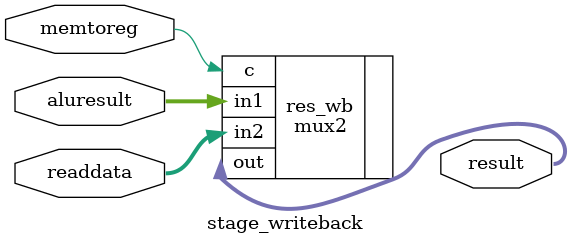
<source format=sv>
module stage_writeback (input logic memtoreg,
                        input logic [31:0] readdata,
                        input logic [31:0] aluresult,
                        output logic [31:0] result);
                     
    mux2 # (32) res_wb (.in1(aluresult),
                        .in2(readdata),
                        .c(memtoreg),
                        .out(result));
endmodule 
</source>
